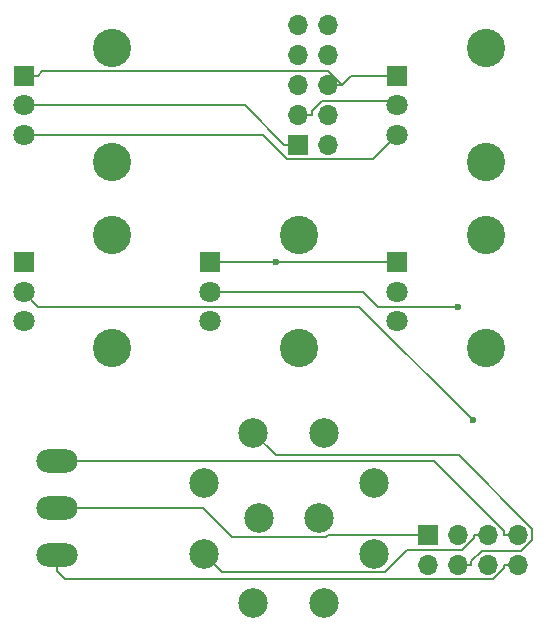
<source format=gbr>
%TF.GenerationSoftware,KiCad,Pcbnew,9.0.0*%
%TF.CreationDate,2025-03-04T21:50:42+01:00*%
%TF.ProjectId,board_io,626f6172-645f-4696-9f2e-6b696361645f,rev?*%
%TF.SameCoordinates,Original*%
%TF.FileFunction,Copper,L2,Bot*%
%TF.FilePolarity,Positive*%
%FSLAX46Y46*%
G04 Gerber Fmt 4.6, Leading zero omitted, Abs format (unit mm)*
G04 Created by KiCad (PCBNEW 9.0.0) date 2025-03-04 21:50:42*
%MOMM*%
%LPD*%
G01*
G04 APERTURE LIST*
%TA.AperFunction,ComponentPad*%
%ADD10C,3.240000*%
%TD*%
%TA.AperFunction,ComponentPad*%
%ADD11R,1.800000X1.800000*%
%TD*%
%TA.AperFunction,ComponentPad*%
%ADD12C,1.800000*%
%TD*%
%TA.AperFunction,ComponentPad*%
%ADD13C,2.500000*%
%TD*%
%TA.AperFunction,ComponentPad*%
%ADD14O,3.500000X2.000000*%
%TD*%
%TA.AperFunction,ComponentPad*%
%ADD15R,1.700000X1.700000*%
%TD*%
%TA.AperFunction,ComponentPad*%
%ADD16O,1.700000X1.700000*%
%TD*%
%TA.AperFunction,ViaPad*%
%ADD17C,0.600000*%
%TD*%
%TA.AperFunction,Conductor*%
%ADD18C,0.200000*%
%TD*%
G04 APERTURE END LIST*
D10*
%TO.P,RV4,*%
%TO.N,*%
X56329200Y-24156300D03*
X56329200Y-33756300D03*
D11*
%TO.P,RV4,1,1*%
%TO.N,-12V*%
X48829200Y-26456300D03*
D12*
%TO.P,RV4,2,2*%
%TO.N,Fine Tuning*%
X48829200Y-28956300D03*
%TO.P,RV4,3,3*%
%TO.N,+12V*%
X48829200Y-31456300D03*
%TD*%
D13*
%TO.P,SW1,1*%
%TO.N,Hard Sync +*%
X36659200Y-71122300D03*
%TO.P,SW1,2*%
%TO.N,Hard Sync*%
X32459200Y-66922300D03*
%TO.P,SW1,3*%
%TO.N,Hard Sync -*%
X32459200Y-60922300D03*
%TO.P,SW1,4*%
%TO.N,Soft Sync*%
X36659200Y-56722300D03*
%TO.P,SW1,5*%
%TO.N,unconnected-(SW1-Pad5)*%
X42659200Y-56722300D03*
%TO.P,SW1,6*%
%TO.N,unconnected-(SW1-Pad6)*%
X46859200Y-60922300D03*
%TO.P,SW1,7*%
%TO.N,unconnected-(SW1-Pad7)*%
X46859200Y-66922300D03*
%TO.P,SW1,8*%
%TO.N,unconnected-(SW1-Pad8)*%
X42659200Y-71122300D03*
%TO.P,SW1,9*%
%TO.N,Sync COM*%
X37119200Y-63922300D03*
%TO.P,SW1,10*%
%TO.N,unconnected-(SW1-Pad10)*%
X42199200Y-63922300D03*
%TD*%
D10*
%TO.P,RV1,*%
%TO.N,*%
X24713200Y-39956300D03*
X24713200Y-49556300D03*
D11*
%TO.P,RV1,1,1*%
%TO.N,-12V*%
X17213200Y-42256300D03*
D12*
%TO.P,RV1,2,2*%
%TO.N,PWM Offset*%
X17213200Y-44756300D03*
%TO.P,RV1,3,3*%
%TO.N,+12V*%
X17213200Y-47256300D03*
%TD*%
D14*
%TO.P,SW2,1,A*%
%TO.N,Mode LFO*%
X20007200Y-67082300D03*
%TO.P,SW2,2,B*%
%TO.N,Mode COM*%
X20007200Y-63082300D03*
%TO.P,SW2,3,C*%
%TO.N,Mode VCO*%
X20007200Y-59082300D03*
%TD*%
D10*
%TO.P,RV2,*%
%TO.N,*%
X56329200Y-39956300D03*
X56329200Y-49556300D03*
D11*
%TO.P,RV2,1,1*%
%TO.N,GND*%
X48829200Y-42256300D03*
D12*
%TO.P,RV2,2,2*%
%TO.N,FM CV Levelled*%
X48829200Y-44756300D03*
%TO.P,RV2,3,3*%
%TO.N,FM CV Hot*%
X48829200Y-47256300D03*
%TD*%
D10*
%TO.P,RV3,*%
%TO.N,*%
X40521200Y-39956300D03*
X40521200Y-49556300D03*
D11*
%TO.P,RV3,1,1*%
%TO.N,GND*%
X33021200Y-42256300D03*
D12*
%TO.P,RV3,2,2*%
%TO.N,PWM CV Levelled*%
X33021200Y-44756300D03*
%TO.P,RV3,3,3*%
%TO.N,PWM CV Hot*%
X33021200Y-47256300D03*
%TD*%
D10*
%TO.P,RV5,*%
%TO.N,*%
X24713200Y-24156300D03*
X24713200Y-33756300D03*
D11*
%TO.P,RV5,1,1*%
%TO.N,-12V*%
X17213200Y-26456300D03*
D12*
%TO.P,RV5,2,2*%
%TO.N,Coarse Tuning*%
X17213200Y-28956300D03*
%TO.P,RV5,3,3*%
%TO.N,+12V*%
X17213200Y-31456300D03*
%TD*%
D15*
%TO.P,J2,1,Pin_1*%
%TO.N,Mode COM*%
X51435200Y-65314300D03*
D16*
%TO.P,J2,2,Pin_2*%
%TO.N,FM CV Levelled*%
X51435200Y-67854300D03*
%TO.P,J2,3,Pin_3*%
%TO.N,PWM CV Levelled*%
X53975200Y-65314300D03*
%TO.P,J2,4,Pin_4*%
%TO.N,Soft Sync*%
X53975200Y-67854300D03*
%TO.P,J2,5,Pin_5*%
%TO.N,Hard Sync*%
X56515200Y-65314300D03*
%TO.P,J2,6,Pin_6*%
%TO.N,PWM Offset*%
X56515200Y-67854300D03*
%TO.P,J2,7,Pin_7*%
%TO.N,Mode VCO*%
X59055200Y-65314300D03*
%TO.P,J2,8,Pin_8*%
%TO.N,Mode LFO*%
X59055200Y-67854300D03*
%TD*%
D15*
%TO.P,J1,1,Pin_1*%
%TO.N,Coarse Tuning*%
X40435200Y-32314300D03*
D16*
%TO.P,J1,2,Pin_2*%
%TO.N,Hard Sync -*%
X42975200Y-32314300D03*
%TO.P,J1,3,Pin_3*%
%TO.N,Fine Tuning*%
X40435200Y-29774300D03*
%TO.P,J1,4,Pin_4*%
%TO.N,Hard Sync +*%
X42975200Y-29774300D03*
%TO.P,J1,5,Pin_5*%
%TO.N,GND*%
X40435200Y-27234300D03*
%TO.P,J1,6,Pin_6*%
%TO.N,-12V*%
X42975200Y-27234300D03*
%TO.P,J1,7,Pin_7*%
%TO.N,+12V*%
X40435200Y-24694300D03*
%TO.P,J1,8,Pin_8*%
%TO.N,FM CV Hot*%
X42975200Y-24694300D03*
%TO.P,J1,9,Pin_9*%
%TO.N,PWM CV Hot*%
X40435200Y-22154300D03*
%TO.P,J1,10,Pin_10*%
%TO.N,Sync COM*%
X42975200Y-22154300D03*
%TD*%
D17*
%TO.N,PWM CV Levelled*%
X53975200Y-46006300D03*
%TO.N,PWM Offset*%
X55245200Y-55645500D03*
%TO.N,GND*%
X38586300Y-42256300D03*
%TD*%
D18*
%TO.N,Fine Tuning*%
X48490200Y-28617300D02*
X48829200Y-28956300D01*
X42456000Y-28617300D02*
X48490200Y-28617300D01*
X41586900Y-29486400D02*
X42456000Y-28617300D01*
X41586900Y-29774300D02*
X41586900Y-29486400D01*
X40435200Y-29774300D02*
X41586900Y-29774300D01*
%TO.N,Coarse Tuning*%
X35925500Y-28956300D02*
X17213200Y-28956300D01*
X39283500Y-32314300D02*
X35925500Y-28956300D01*
X40435200Y-32314300D02*
X39283500Y-32314300D01*
%TO.N,Mode COM*%
X32427000Y-63082300D02*
X20007200Y-63082300D01*
X34846100Y-65501400D02*
X32427000Y-63082300D01*
X42814600Y-65501400D02*
X34846100Y-65501400D01*
X43001700Y-65314300D02*
X42814600Y-65501400D01*
X51435200Y-65314300D02*
X43001700Y-65314300D01*
%TO.N,Mode VCO*%
X51959400Y-59082300D02*
X20007200Y-59082300D01*
X57903500Y-65026400D02*
X51959400Y-59082300D01*
X57903500Y-65314300D02*
X57903500Y-65026400D01*
X59055200Y-65314300D02*
X57903500Y-65314300D01*
%TO.N,PWM CV Levelled*%
X47214900Y-46006300D02*
X53975200Y-46006300D01*
X45964900Y-44756300D02*
X47214900Y-46006300D01*
X33021200Y-44756300D02*
X45964900Y-44756300D01*
%TO.N,Mode LFO*%
X59055200Y-67854300D02*
X57903500Y-67854300D01*
X20007200Y-67082300D02*
X20007200Y-68384000D01*
X57903500Y-68142200D02*
X57903500Y-67854300D01*
X56988800Y-69056900D02*
X57903500Y-68142200D01*
X20680100Y-69056900D02*
X56988800Y-69056900D01*
X20007200Y-68384000D02*
X20680100Y-69056900D01*
%TO.N,Hard Sync*%
X55363500Y-65582800D02*
X55363500Y-65314300D01*
X54302000Y-66644300D02*
X55363500Y-65582800D01*
X49685300Y-66644300D02*
X54302000Y-66644300D01*
X47817100Y-68512500D02*
X49685300Y-66644300D01*
X34049400Y-68512500D02*
X47817100Y-68512500D01*
X32459200Y-66922300D02*
X34049400Y-68512500D01*
X56515200Y-65314300D02*
X55363500Y-65314300D01*
%TO.N,PWM Offset*%
X45607500Y-46007800D02*
X55245200Y-55645500D01*
X18464700Y-46007800D02*
X45607500Y-46007800D01*
X17213200Y-44756300D02*
X18464700Y-46007800D01*
%TO.N,Soft Sync*%
X38555700Y-58618800D02*
X36659200Y-56722300D01*
X54047800Y-58618800D02*
X38555700Y-58618800D01*
X60232500Y-64803500D02*
X54047800Y-58618800D01*
X60232500Y-65799500D02*
X60232500Y-64803500D01*
X59329400Y-66702600D02*
X60232500Y-65799500D01*
X55990600Y-66702600D02*
X59329400Y-66702600D01*
X55126900Y-67566300D02*
X55990600Y-66702600D01*
X55126900Y-67854300D02*
X55126900Y-67566300D01*
X53975200Y-67854300D02*
X55126900Y-67854300D01*
%TO.N,GND*%
X33021200Y-42256300D02*
X38586300Y-42256300D01*
X38586300Y-42256300D02*
X48829200Y-42256300D01*
%TO.N,-12V*%
X44904900Y-26456300D02*
X48829200Y-26456300D01*
X44126900Y-27234300D02*
X44904900Y-26456300D01*
X42975200Y-27234300D02*
X44126900Y-27234300D01*
X42972200Y-26079600D02*
X44126900Y-27234300D01*
X18791600Y-26079600D02*
X42972200Y-26079600D01*
X18414900Y-26456300D02*
X18791600Y-26079600D01*
X17213200Y-26456300D02*
X18414900Y-26456300D01*
%TO.N,+12V*%
X46787100Y-33498400D02*
X48829200Y-31456300D01*
X39492600Y-33498400D02*
X46787100Y-33498400D01*
X37450500Y-31456300D02*
X39492600Y-33498400D01*
X17213200Y-31456300D02*
X37450500Y-31456300D01*
%TD*%
M02*

</source>
